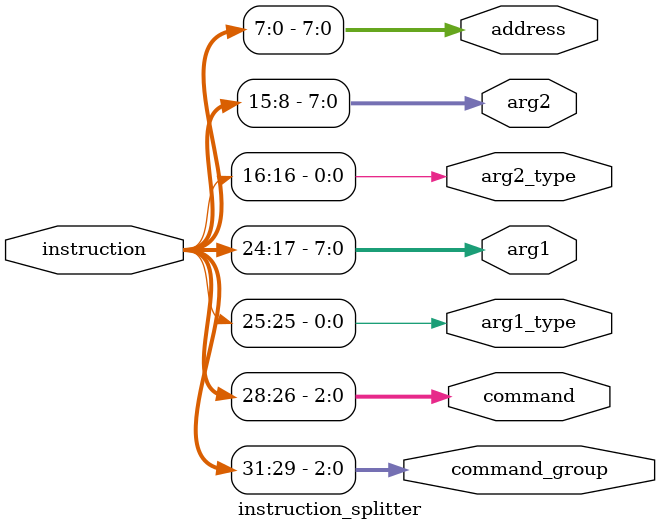
<source format=v>
`include "cpu_definitions.vh"

module instruction_splitter
(
	input wire [31:0] instruction,
	output wire [2:0] command_group,
	output wire [2:0] command,
	output wire arg1_type,
	output wire [7:0] arg1,
	output wire arg2_type,
	output wire [7:0] arg2,
	output wire [7:0] address
);

	assign command_group = instruction[31 -: 3];
	assign command = instruction[28 -: 3];
	assign arg1_type = instruction[25];
	assign arg1 = instruction[24 -: 8];
	assign arg2_type = instruction[16];
	assign arg2 = instruction[15 -: 8];
	assign address = instruction[7 -: 8];
	
endmodule

	
</source>
